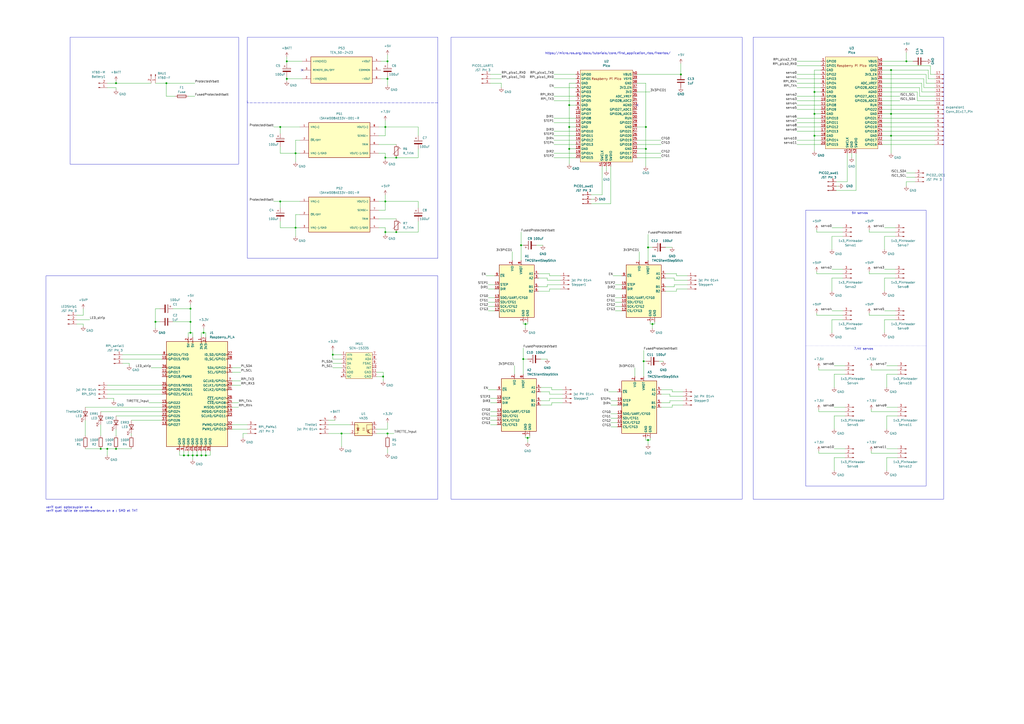
<source format=kicad_sch>
(kicad_sch (version 20230121) (generator eeschema)
  (paper "A2")
  (junction (at 119.38 264.16))
  (junction (at 166.37 35.56))
  (junction (at 330.2 86.36))
  (junction (at 193.04 205.74))
  (junction (at 67.31 260.35))
  (junction (at 118.11 193.04))
  (junction (at 171.45 132.08))
  (junction (at 472.44 53.34))
  (junction (at 114.3 264.16))
  (junction (at 302.26 142.24))
  (junction (at 171.45 88.9))
  (junction (at 306.07 254))
  (junction (at 394.97 43.18))
  (junction (at 224.79 251.46))
  (junction (at 106.68 264.16))
  (junction (at 224.79 35.56))
  (junction (at 303.53 208.28))
  (junction (at 62.23 260.35))
  (junction (at 111.76 264.16))
  (junction (at 223.52 73.66))
  (junction (at 516.89 40.64))
  (junction (at 67.31 48.26))
  (junction (at 223.52 134.62))
  (junction (at 472.44 66.04))
  (junction (at 110.49 186.69))
  (junction (at 374.65 86.36))
  (junction (at 375.92 255.27))
  (junction (at 525.78 35.56))
  (junction (at 373.38 209.55))
  (junction (at 516.89 78.74))
  (junction (at 162.56 73.66))
  (junction (at 116.84 264.16))
  (junction (at 223.52 91.44))
  (junction (at 304.8 187.96))
  (junction (at 229.87 134.62))
  (junction (at 90.17 186.69))
  (junction (at 109.22 264.16))
  (junction (at 110.49 193.04))
  (junction (at 375.92 143.51))
  (junction (at 229.87 91.44))
  (junction (at 374.65 73.66))
  (junction (at 378.46 187.96))
  (junction (at 516.89 66.04))
  (junction (at 223.52 116.84))
  (junction (at 224.79 45.72))
  (junction (at 110.49 179.07))
  (junction (at 222.25 218.44))
  (junction (at 58.42 260.35))
  (junction (at 198.12 251.46))
  (junction (at 162.56 116.84))
  (junction (at 330.2 73.66))
  (junction (at 472.44 78.74))
  (junction (at 330.2 60.96))
  (junction (at 166.37 45.72))
  (junction (at 96.52 48.26))
  (no_connect (at 369.57 60.96))
  (no_connect (at 175.26 40.64))
  (wire (pts (xy 283.21 172.72) (xy 287.02 172.72)))
  (wire (pts (xy 375.92 255.27) (xy 375.92 257.81)))
  (wire (pts (xy 321.31 68.58) (xy 334.01 68.58)))
  (wire (pts (xy 377.19 255.27) (xy 377.19 254)))
  (wire (pts (xy 534.67 53.34) (xy 542.29 53.34)))
  (wire (pts (xy 398.78 165.1) (xy 391.16 165.1)))
  (wire (pts (xy 121.92 264.16) (xy 121.92 261.62)))
  (wire (pts (xy 542.29 48.26) (xy 537.21 48.26)))
  (wire (pts (xy 284.48 43.18) (xy 290.83 43.18)))
  (wire (pts (xy 462.28 38.1) (xy 476.25 38.1)))
  (wire (pts (xy 386.08 168.91) (xy 392.43 168.91)))
  (wire (pts (xy 511.81 53.34) (xy 532.13 53.34)))
  (wire (pts (xy 511.81 58.42) (xy 521.97 58.42)))
  (wire (pts (xy 473.71 158.75) (xy 488.95 158.75)))
  (wire (pts (xy 229.87 134.62) (xy 242.57 134.62)))
  (wire (pts (xy 193.04 205.74) (xy 198.12 205.74)))
  (wire (pts (xy 474.98 238.76) (xy 490.22 238.76)))
  (wire (pts (xy 462.28 81.28) (xy 476.25 81.28)))
  (wire (pts (xy 106.68 261.62) (xy 106.68 264.16)))
  (wire (pts (xy 535.94 50.8) (xy 535.94 45.72)))
  (wire (pts (xy 106.68 264.16) (xy 109.22 264.16)))
  (wire (pts (xy 109.22 261.62) (xy 109.22 264.16)))
  (wire (pts (xy 318.77 227.33) (xy 313.69 227.33)))
  (wire (pts (xy 283.21 165.1) (xy 287.02 165.1)))
  (wire (pts (xy 494.03 88.9) (xy 494.03 91.44)))
  (wire (pts (xy 462.28 60.96) (xy 476.25 60.96)))
  (wire (pts (xy 349.25 113.03) (xy 349.25 96.52)))
  (wire (pts (xy 392.43 160.02) (xy 398.78 160.02)))
  (wire (pts (xy 58.42 260.35) (xy 62.23 260.35)))
  (wire (pts (xy 101.6 55.88) (xy 96.52 55.88)))
  (wire (pts (xy 396.24 232.41) (xy 388.62 232.41)))
  (wire (pts (xy 171.45 88.9) (xy 171.45 93.98)))
  (wire (pts (xy 317.5 161.29) (xy 312.42 161.29)))
  (wire (pts (xy 375.92 255.27) (xy 374.65 255.27)))
  (wire (pts (xy 49.53 252.73) (xy 49.53 243.84)))
  (wire (pts (xy 516.89 78.74) (xy 516.89 66.04)))
  (wire (pts (xy 116.84 193.04) (xy 118.11 193.04)))
  (wire (pts (xy 134.62 220.98) (xy 139.7 220.98)))
  (wire (pts (xy 514.35 241.3) (xy 520.7 241.3)))
  (wire (pts (xy 383.54 236.22) (xy 389.89 236.22)))
  (wire (pts (xy 166.37 46.99) (xy 166.37 45.72)))
  (wire (pts (xy 283.21 175.26) (xy 287.02 175.26)))
  (wire (pts (xy 369.57 88.9) (xy 383.54 88.9)))
  (wire (pts (xy 62.23 260.35) (xy 62.23 264.16)))
  (wire (pts (xy 511.81 60.96) (xy 542.29 60.96)))
  (wire (pts (xy 284.48 241.3) (xy 288.29 241.3)))
  (wire (pts (xy 321.31 71.12) (xy 334.01 71.12)))
  (wire (pts (xy 223.52 91.44) (xy 223.52 92.71)))
  (wire (pts (xy 224.79 35.56) (xy 224.79 36.83)))
  (wire (pts (xy 303.53 201.93) (xy 303.53 208.28)))
  (wire (pts (xy 313.69 224.79) (xy 320.04 224.79)))
  (wire (pts (xy 355.6 160.02) (xy 360.68 160.02)))
  (wire (pts (xy 134.62 213.36) (xy 139.7 213.36)))
  (wire (pts (xy 62.23 223.52) (xy 93.98 223.52)))
  (wire (pts (xy 472.44 78.74) (xy 472.44 66.04)))
  (wire (pts (xy 162.56 116.84) (xy 162.56 120.65)))
  (wire (pts (xy 90.17 186.69) (xy 90.17 179.07)))
  (wire (pts (xy 525.78 102.87) (xy 530.86 102.87)))
  (wire (pts (xy 505.46 213.36) (xy 505.46 214.63)))
  (wire (pts (xy 356.87 167.64) (xy 360.68 167.64)))
  (wire (pts (xy 67.31 252.73) (xy 67.31 248.92)))
  (wire (pts (xy 224.79 251.46) (xy 224.79 252.73)))
  (wire (pts (xy 473.71 182.88) (xy 488.95 182.88)))
  (wire (pts (xy 162.56 116.84) (xy 173.99 116.84)))
  (wire (pts (xy 219.71 121.92) (xy 223.52 121.92)))
  (wire (pts (xy 516.89 40.64) (xy 511.81 40.64)))
  (wire (pts (xy 516.89 66.04) (xy 511.81 66.04)))
  (wire (pts (xy 389.89 226.06) (xy 389.89 227.33)))
  (wire (pts (xy 119.38 261.62) (xy 119.38 264.16)))
  (wire (pts (xy 542.29 50.8) (xy 535.94 50.8)))
  (wire (pts (xy 513.08 144.78) (xy 513.08 137.16)))
  (wire (pts (xy 474.98 214.63) (xy 490.22 214.63)))
  (wire (pts (xy 533.4 50.8) (xy 511.81 50.8)))
  (polyline (pts (xy 143.51 59.69) (xy 143.51 58.42)))
  (wire (pts (xy 482.6 180.34) (xy 488.95 180.34)))
  (wire (pts (xy 373.38 209.55) (xy 373.38 218.44)))
  (wire (pts (xy 302.26 134.62) (xy 302.26 142.24)))
  (wire (pts (xy 90.17 179.07) (xy 92.71 179.07)))
  (wire (pts (xy 114.3 261.62) (xy 114.3 264.16)))
  (wire (pts (xy 302.26 142.24) (xy 302.26 151.13)))
  (wire (pts (xy 224.79 31.75) (xy 224.79 35.56)))
  (wire (pts (xy 224.79 44.45) (xy 224.79 45.72)))
  (wire (pts (xy 313.69 208.28) (xy 317.5 208.28)))
  (wire (pts (xy 86.36 233.68) (xy 93.98 233.68)))
  (wire (pts (xy 62.23 48.26) (xy 67.31 48.26)))
  (wire (pts (xy 462.28 73.66) (xy 476.25 73.66)))
  (wire (pts (xy 290.83 48.26) (xy 284.48 48.26)))
  (wire (pts (xy 193.04 210.82) (xy 198.12 210.82)))
  (wire (pts (xy 542.29 45.72) (xy 538.48 45.72)))
  (wire (pts (xy 171.45 124.46) (xy 171.45 132.08)))
  (wire (pts (xy 525.78 100.33) (xy 530.86 100.33)))
  (wire (pts (xy 67.31 260.35) (xy 76.2 260.35)))
  (wire (pts (xy 511.81 81.28) (xy 542.29 81.28)))
  (wire (pts (xy 483.87 265.43) (xy 490.22 265.43)))
  (wire (pts (xy 462.28 68.58) (xy 476.25 68.58)))
  (wire (pts (xy 223.52 134.62) (xy 229.87 134.62)))
  (wire (pts (xy 171.45 81.28) (xy 171.45 88.9)))
  (wire (pts (xy 134.62 248.92) (xy 143.51 248.92)))
  (wire (pts (xy 354.33 245.11) (xy 358.14 245.11)))
  (wire (pts (xy 304.8 187.96) (xy 306.07 187.96)))
  (wire (pts (xy 462.28 43.18) (xy 476.25 43.18)))
  (wire (pts (xy 306.07 254) (xy 304.8 254)))
  (wire (pts (xy 58.42 252.73) (xy 58.42 246.38)))
  (wire (pts (xy 48.26 187.96) (xy 44.45 187.96)))
  (wire (pts (xy 369.57 81.28) (xy 383.54 81.28)))
  (wire (pts (xy 514.35 217.17) (xy 520.7 217.17)))
  (wire (pts (xy 162.56 73.66) (xy 162.56 77.47)))
  (wire (pts (xy 109.22 55.88) (xy 113.03 55.88)))
  (wire (pts (xy 382.27 209.55) (xy 384.81 209.55)))
  (wire (pts (xy 140.97 254) (xy 140.97 251.46)))
  (wire (pts (xy 482.6 137.16) (xy 488.95 137.16)))
  (wire (pts (xy 472.44 40.64) (xy 476.25 40.64)))
  (wire (pts (xy 114.3 264.16) (xy 116.84 264.16)))
  (wire (pts (xy 166.37 35.56) (xy 175.26 35.56)))
  (wire (pts (xy 198.12 251.46) (xy 198.12 259.08)))
  (wire (pts (xy 222.25 215.9) (xy 222.25 218.44)))
  (wire (pts (xy 375.92 143.51) (xy 375.92 151.13)))
  (wire (pts (xy 223.52 132.08) (xy 223.52 134.62)))
  (wire (pts (xy 472.44 78.74) (xy 476.25 78.74)))
  (wire (pts (xy 504.19 181.61) (xy 504.19 182.88)))
  (wire (pts (xy 134.62 246.38) (xy 143.51 246.38)))
  (wire (pts (xy 394.97 43.18) (xy 394.97 36.83)))
  (wire (pts (xy 76.2 243.84) (xy 93.98 243.84)))
  (wire (pts (xy 342.9 113.03) (xy 349.25 113.03)))
  (wire (pts (xy 473.71 157.48) (xy 473.71 158.75)))
  (wire (pts (xy 224.79 45.72) (xy 224.79 49.53)))
  (wire (pts (xy 462.28 48.26) (xy 476.25 48.26)))
  (wire (pts (xy 173.99 132.08) (xy 171.45 132.08)))
  (wire (pts (xy 391.16 162.56) (xy 391.16 161.29)))
  (wire (pts (xy 194.31 243.84) (xy 190.5 243.84)))
  (wire (pts (xy 538.48 45.72) (xy 538.48 40.64)))
  (wire (pts (xy 166.37 35.56) (xy 166.37 36.83)))
  (wire (pts (xy 283.21 177.8) (xy 287.02 177.8)))
  (polyline (pts (xy 254 59.69) (xy 143.51 59.69)) (stroke (width 0) (type dash)))
  (wire (pts (xy 369.57 43.18) (xy 394.97 43.18)))
  (wire (pts (xy 219.71 88.9) (xy 223.52 88.9)))
  (wire (pts (xy 134.62 236.22) (xy 138.43 236.22)))
  (wire (pts (xy 242.57 91.44) (xy 242.57 86.36)))
  (wire (pts (xy 377.19 187.96) (xy 377.19 186.69)))
  (wire (pts (xy 386.08 158.75) (xy 392.43 158.75)))
  (wire (pts (xy 66.04 232.41) (xy 66.04 231.14)))
  (wire (pts (xy 326.39 228.6) (xy 318.77 228.6)))
  (wire (pts (xy 537.21 43.18) (xy 511.81 43.18)))
  (wire (pts (xy 373.38 203.2) (xy 373.38 209.55)))
  (wire (pts (xy 474.98 261.62) (xy 474.98 262.89)))
  (wire (pts (xy 377.19 53.34) (xy 369.57 53.34)))
  (wire (pts (xy 321.31 83.82) (xy 334.01 83.82)))
  (wire (pts (xy 321.31 45.72) (xy 334.01 45.72)))
  (wire (pts (xy 483.87 212.09) (xy 490.22 212.09)))
  (wire (pts (xy 119.38 195.58) (xy 119.38 193.04)))
  (wire (pts (xy 318.77 228.6) (xy 318.77 227.33)))
  (wire (pts (xy 374.65 86.36) (xy 374.65 96.52)))
  (wire (pts (xy 513.08 161.29) (xy 519.43 161.29)))
  (wire (pts (xy 284.48 231.14) (xy 288.29 231.14)))
  (wire (pts (xy 330.2 60.96) (xy 330.2 48.26)))
  (wire (pts (xy 229.87 91.44) (xy 242.57 91.44)))
  (wire (pts (xy 513.08 180.34) (xy 519.43 180.34)))
  (wire (pts (xy 513.08 137.16) (xy 519.43 137.16)))
  (wire (pts (xy 58.42 238.76) (xy 93.98 238.76)))
  (wire (pts (xy 313.69 234.95) (xy 320.04 234.95)))
  (wire (pts (xy 505.46 261.62) (xy 505.46 262.89)))
  (wire (pts (xy 392.43 167.64) (xy 398.78 167.64)))
  (wire (pts (xy 473.71 133.35) (xy 473.71 134.62)))
  (wire (pts (xy 513.08 156.21) (xy 519.43 156.21)))
  (wire (pts (xy 505.46 262.89) (xy 520.7 262.89)))
  (wire (pts (xy 379.73 187.96) (xy 379.73 186.69)))
  (wire (pts (xy 542.29 55.88) (xy 533.4 55.88)))
  (wire (pts (xy 321.31 81.28) (xy 334.01 81.28)))
  (wire (pts (xy 90.17 186.69) (xy 92.71 186.69)))
  (wire (pts (xy 220.98 45.72) (xy 224.79 45.72)))
  (wire (pts (xy 284.48 45.72) (xy 290.83 45.72)))
  (wire (pts (xy 321.31 88.9) (xy 334.01 88.9)))
  (wire (pts (xy 173.99 81.28) (xy 171.45 81.28)))
  (wire (pts (xy 318.77 158.75) (xy 318.77 160.02)))
  (wire (pts (xy 369.57 86.36) (xy 374.65 86.36)))
  (wire (pts (xy 342.9 118.11) (xy 354.33 118.11)))
  (wire (pts (xy 525.78 105.41) (xy 525.78 107.95)))
  (wire (pts (xy 391.16 165.1) (xy 391.16 166.37)))
  (wire (pts (xy 306.07 208.28) (xy 303.53 208.28)))
  (wire (pts (xy 67.31 50.8) (xy 67.31 52.07)))
  (wire (pts (xy 472.44 53.34) (xy 472.44 40.64)))
  (wire (pts (xy 386.08 143.51) (xy 389.89 143.51)))
  (wire (pts (xy 242.57 116.84) (xy 242.57 120.65)))
  (wire (pts (xy 223.52 116.84) (xy 242.57 116.84)))
  (wire (pts (xy 158.75 116.84) (xy 162.56 116.84)))
  (wire (pts (xy 482.6 193.04) (xy 482.6 185.42)))
  (wire (pts (xy 354.33 242.57) (xy 358.14 242.57)))
  (wire (pts (xy 303.53 142.24) (xy 302.26 142.24)))
  (wire (pts (xy 242.57 134.62) (xy 242.57 128.27)))
  (wire (pts (xy 383.54 226.06) (xy 389.89 226.06)))
  (wire (pts (xy 330.2 60.96) (xy 334.01 60.96)))
  (wire (pts (xy 474.98 237.49) (xy 474.98 238.76)))
  (wire (pts (xy 284.48 246.38) (xy 288.29 246.38)))
  (wire (pts (xy 71.12 205.74) (xy 93.98 205.74)))
  (wire (pts (xy 462.28 55.88) (xy 476.25 55.88)))
  (wire (pts (xy 462.28 71.12) (xy 476.25 71.12)))
  (wire (pts (xy 166.37 44.45) (xy 166.37 45.72)))
  (wire (pts (xy 224.79 260.35) (xy 224.79 262.89)))
  (wire (pts (xy 320.04 224.79) (xy 320.04 226.06)))
  (wire (pts (xy 48.26 182.88) (xy 44.45 182.88)))
  (wire (pts (xy 354.33 232.41) (xy 358.14 232.41)))
  (wire (pts (xy 318.77 232.41) (xy 313.69 232.41)))
  (wire (pts (xy 513.08 185.42) (xy 519.43 185.42)))
  (wire (pts (xy 375.92 135.89) (xy 375.92 143.51)))
  (wire (pts (xy 462.28 63.5) (xy 476.25 63.5)))
  (wire (pts (xy 90.17 186.69) (xy 90.17 190.5)))
  (wire (pts (xy 320.04 233.68) (xy 326.39 233.68)))
  (wire (pts (xy 330.2 73.66) (xy 334.01 73.66)))
  (wire (pts (xy 483.87 224.79) (xy 483.87 217.17)))
  (wire (pts (xy 505.46 214.63) (xy 520.7 214.63)))
  (wire (pts (xy 486.41 107.95) (xy 485.14 107.95)))
  (wire (pts (xy 74.93 210.82) (xy 74.93 212.09)))
  (wire (pts (xy 369.57 91.44) (xy 383.54 91.44)))
  (wire (pts (xy 482.6 185.42) (xy 488.95 185.42)))
  (wire (pts (xy 525.78 35.56) (xy 525.78 30.48)))
  (wire (pts (xy 472.44 66.04) (xy 476.25 66.04)))
  (wire (pts (xy 158.75 73.66) (xy 162.56 73.66)))
  (wire (pts (xy 100.33 186.69) (xy 110.49 186.69)))
  (wire (pts (xy 306.07 187.96) (xy 306.07 186.69)))
  (wire (pts (xy 354.33 240.03) (xy 358.14 240.03)))
  (wire (pts (xy 398.78 162.56) (xy 391.16 162.56)))
  (wire (pts (xy 71.12 210.82) (xy 74.93 210.82)))
  (wire (pts (xy 219.71 127) (xy 229.87 127)))
  (wire (pts (xy 76.2 252.73) (xy 76.2 251.46)))
  (wire (pts (xy 389.89 234.95) (xy 396.24 234.95)))
  (wire (pts (xy 118.11 193.04) (xy 118.11 190.5)))
  (wire (pts (xy 483.87 241.3) (xy 490.22 241.3)))
  (wire (pts (xy 171.45 88.9) (xy 162.56 88.9)))
  (wire (pts (xy 374.65 73.66) (xy 374.65 48.26)))
  (wire (pts (xy 516.89 66.04) (xy 516.89 40.64)))
  (wire (pts (xy 483.87 248.92) (xy 483.87 241.3)))
  (wire (pts (xy 166.37 45.72) (xy 175.26 45.72)))
  (wire (pts (xy 513.08 193.04) (xy 513.08 185.42)))
  (wire (pts (xy 534.67 48.26) (xy 534.67 53.34)))
  (wire (pts (xy 62.23 228.6) (xy 93.98 228.6)))
  (wire (pts (xy 96.52 55.88) (xy 96.52 48.26)))
  (wire (pts (xy 374.65 73.66) (xy 369.57 73.66)))
  (wire (pts (xy 223.52 73.66) (xy 242.57 73.66)))
  (wire (pts (xy 391.16 166.37) (xy 386.08 166.37)))
  (wire (pts (xy 511.81 38.1) (xy 539.75 38.1)))
  (wire (pts (xy 473.71 134.62) (xy 488.95 134.62)))
  (wire (pts (xy 304.8 254) (xy 304.8 252.73)))
  (wire (pts (xy 356.87 165.1) (xy 360.68 165.1)))
  (wire (pts (xy 462.28 76.2) (xy 476.25 76.2)))
  (wire (pts (xy 504.19 133.35) (xy 504.19 134.62)))
  (wire (pts (xy 344.17 115.57) (xy 342.9 115.57)))
  (wire (pts (xy 462.28 58.42) (xy 476.25 58.42)))
  (wire (pts (xy 462.28 35.56) (xy 476.25 35.56)))
  (wire (pts (xy 48.26 189.23) (xy 48.26 187.96)))
  (wire (pts (xy 356.87 172.72) (xy 360.68 172.72)))
  (wire (pts (xy 321.31 91.44) (xy 334.01 91.44)))
  (wire (pts (xy 223.52 121.92) (xy 223.52 116.84)))
  (wire (pts (xy 111.76 193.04) (xy 111.76 195.58)))
  (wire (pts (xy 514.35 273.05) (xy 514.35 265.43)))
  (wire (pts (xy 532.13 58.42) (xy 542.29 58.42)))
  (wire (pts (xy 306.07 254) (xy 306.07 256.54)))
  (wire (pts (xy 109.22 264.16) (xy 111.76 264.16)))
  (wire (pts (xy 218.44 251.46) (xy 224.79 251.46)))
  (wire (pts (xy 311.15 142.24) (xy 314.96 142.24)))
  (wire (pts (xy 483.87 260.35) (xy 490.22 260.35)))
  (wire (pts (xy 462.28 50.8) (xy 476.25 50.8)))
  (wire (pts (xy 514.35 248.92) (xy 514.35 241.3)))
  (wire (pts (xy 368.3 213.36) (xy 368.3 218.44)))
  (wire (pts (xy 496.57 88.9) (xy 496.57 110.49)))
  (wire (pts (xy 505.46 237.49) (xy 505.46 238.76)))
  (polyline (pts (xy 467.36 200.66) (xy 537.21 200.66)) (stroke (width 0) (type dot)))
  (wire (pts (xy 284.48 238.76) (xy 288.29 238.76)))
  (wire (pts (xy 354.33 96.52) (xy 354.33 118.11)))
  (wire (pts (xy 354.33 234.95) (xy 358.14 234.95)))
  (wire (pts (xy 472.44 87.63) (xy 472.44 78.74)))
  (wire (pts (xy 318.77 167.64) (xy 325.12 167.64)))
  (wire (pts (xy 513.08 132.08) (xy 519.43 132.08)))
  (wire (pts (xy 374.65 48.26) (xy 369.57 48.26)))
  (wire (pts (xy 219.71 116.84) (xy 223.52 116.84)))
  (wire (pts (xy 318.77 160.02) (xy 325.12 160.02)))
  (wire (pts (xy 472.44 66.04) (xy 472.44 53.34)))
  (wire (pts (xy 219.71 78.74) (xy 223.52 78.74)))
  (wire (pts (xy 283.21 226.06) (xy 288.29 226.06)))
  (wire (pts (xy 224.79 35.56) (xy 220.98 35.56)))
  (wire (pts (xy 67.31 50.8) (xy 62.23 50.8)))
  (wire (pts (xy 87.63 213.36) (xy 93.98 213.36)))
  (wire (pts (xy 330.2 86.36) (xy 330.2 73.66)))
  (wire (pts (xy 104.14 261.62) (xy 104.14 264.16)))
  (wire (pts (xy 317.5 165.1) (xy 317.5 166.37)))
  (wire (pts (xy 516.89 78.74) (xy 542.29 78.74)))
  (wire (pts (xy 281.94 160.02) (xy 287.02 160.02)))
  (wire (pts (xy 356.87 180.34) (xy 360.68 180.34)))
  (wire (pts (xy 100.33 179.07) (xy 110.49 179.07)))
  (wire (pts (xy 389.89 227.33) (xy 396.24 227.33)))
  (wire (pts (xy 193.04 203.2) (xy 193.04 205.74)))
  (wire (pts (xy 111.76 264.16) (xy 111.76 266.7)))
  (wire (pts (xy 297.18 146.05) (xy 297.18 151.13)))
  (wire (pts (xy 378.46 187.96) (xy 379.73 187.96)))
  (wire (pts (xy 483.87 217.17) (xy 490.22 217.17)))
  (wire (pts (xy 223.52 78.74) (xy 223.52 73.66)))
  (wire (pts (xy 388.62 233.68) (xy 383.54 233.68)))
  (wire (pts (xy 321.31 50.8) (xy 334.01 50.8)))
  (wire (pts (xy 354.33 247.65) (xy 358.14 247.65)))
  (wire (pts (xy 190.5 251.46) (xy 198.12 251.46)))
  (wire (pts (xy 330.2 95.25) (xy 330.2 86.36)))
  (wire (pts (xy 537.21 48.26) (xy 537.21 43.18)))
  (wire (pts (xy 44.45 185.42) (xy 52.07 185.42)))
  (wire (pts (xy 504.19 158.75) (xy 519.43 158.75)))
  (wire (pts (xy 119.38 193.04) (xy 118.11 193.04)))
  (wire (pts (xy 298.45 212.09) (xy 298.45 217.17)))
  (wire (pts (xy 110.49 193.04) (xy 109.22 193.04)))
  (wire (pts (xy 166.37 33.02) (xy 166.37 35.56)))
  (wire (pts (xy 321.31 58.42) (xy 334.01 58.42)))
  (wire (pts (xy 482.6 168.91) (xy 482.6 161.29)))
  (wire (pts (xy 511.81 55.88) (xy 521.97 55.88)))
  (wire (pts (xy 171.45 132.08) (xy 171.45 137.16)))
  (wire (pts (xy 504.19 134.62) (xy 519.43 134.62)))
  (wire (pts (xy 62.23 226.06) (xy 93.98 226.06)))
  (wire (pts (xy 193.04 208.28) (xy 198.12 208.28)))
  (wire (pts (xy 511.81 76.2) (xy 542.29 76.2)))
  (wire (pts (xy 111.76 261.62) (xy 111.76 264.16)))
  (wire (pts (xy 388.62 228.6) (xy 383.54 228.6)))
  (wire (pts (xy 173.99 124.46) (xy 171.45 124.46)))
  (wire (pts (xy 535.94 45.72) (xy 511.81 45.72)))
  (wire (pts (xy 49.53 260.35) (xy 58.42 260.35)))
  (wire (pts (xy 375.92 255.27) (xy 377.19 255.27)))
  (wire (pts (xy 219.71 73.66) (xy 223.52 73.66)))
  (wire (pts (xy 511.81 35.56) (xy 525.78 35.56)))
  (wire (pts (xy 66.04 231.14) (xy 62.23 231.14)))
  (wire (pts (xy 218.44 218.44) (xy 222.25 218.44)))
  (wire (pts (xy 392.43 168.91) (xy 392.43 167.64)))
  (wire (pts (xy 67.31 48.26) (xy 67.31 46.99)))
  (wire (pts (xy 374.65 86.36) (xy 374.65 73.66)))
  (wire (pts (xy 312.42 158.75) (xy 318.77 158.75)))
  (wire (pts (xy 283.21 180.34) (xy 287.02 180.34)))
  (wire (pts (xy 224.79 248.92) (xy 218.44 248.92)))
  (wire (pts (xy 326.39 231.14) (xy 318.77 231.14)))
  (wire (pts (xy 473.71 181.61) (xy 473.71 182.88)))
  (wire (pts (xy 472.44 53.34) (xy 476.25 53.34)))
  (wire (pts (xy 321.31 43.18) (xy 334.01 43.18)))
  (wire (pts (xy 482.6 132.08) (xy 488.95 132.08)))
  (wire (pts (xy 351.79 96.52) (xy 351.79 99.06)))
  (wire (pts (xy 162.56 128.27) (xy 162.56 132.08)))
  (wire (pts (xy 242.57 73.66) (xy 242.57 78.74)))
  (wire (pts (xy 485.14 110.49) (xy 496.57 110.49)))
  (wire (pts (xy 219.71 83.82) (xy 229.87 83.82)))
  (wire (pts (xy 389.89 236.22) (xy 389.89 234.95)))
  (wire (pts (xy 218.44 215.9) (xy 222.25 215.9)))
  (wire (pts (xy 391.16 161.29) (xy 386.08 161.29)))
  (wire (pts (xy 353.06 227.33) (xy 358.14 227.33)))
  (wire (pts (xy 140.97 251.46) (xy 143.51 251.46)))
  (wire (pts (xy 116.84 264.16) (xy 119.38 264.16)))
  (wire (pts (xy 283.21 167.64) (xy 287.02 167.64)))
  (wire (pts (xy 539.75 38.1) (xy 539.75 43.18)))
  (wire (pts (xy 514.35 260.35) (xy 520.7 260.35)))
  (wire (pts (xy 134.62 215.9) (xy 139.7 215.9)))
  (wire (pts (xy 49.53 236.22) (xy 93.98 236.22)))
  (wire (pts (xy 222.25 218.44) (xy 222.25 220.98)))
  (wire (pts (xy 134.62 233.68) (xy 138.43 233.68)))
  (wire (pts (xy 290.83 50.8) (xy 290.83 48.26)))
  (wire (pts (xy 62.23 260.35) (xy 67.31 260.35)))
  (wire (pts (xy 162.56 73.66) (xy 173.99 73.66)))
  (wire (pts (xy 538.48 40.64) (xy 516.89 40.64)))
  (wire (pts (xy 483.87 273.05) (xy 483.87 265.43)))
  (wire (pts (xy 514.35 224.79) (xy 514.35 217.17)))
  (wire (pts (xy 375.92 143.51) (xy 378.46 143.51)))
  (wire (pts (xy 284.48 243.84) (xy 288.29 243.84)))
  (wire (pts (xy 356.87 177.8) (xy 360.68 177.8)))
  (wire (pts (xy 48.26 179.07) (xy 48.26 182.88)))
  (wire (pts (xy 90.17 48.26) (xy 96.52 48.26)))
  (wire (pts (xy 330.2 48.26) (xy 334.01 48.26)))
  (wire (pts (xy 511.81 68.58) (xy 542.29 68.58)))
  (wire (pts (xy 325.12 165.1) (xy 317.5 165.1)))
  (wire (pts (xy 307.34 254) (xy 307.34 252.73)))
  (wire (pts (xy 71.12 208.28) (xy 93.98 208.28)))
  (wire (pts (xy 334.01 55.88) (xy 321.31 55.88)))
  (wire (pts (xy 110.49 179.07) (xy 110.49 186.69)))
  (wire (pts (xy 116.84 261.62) (xy 116.84 264.16)))
  (wire (pts (xy 505.46 238.76) (xy 520.7 238.76)))
  (wire (pts (xy 284.48 233.68) (xy 288.29 233.68)))
  (wire (pts (xy 119.38 264.16) (xy 121.92 264.16)))
  (wire (pts (xy 514.35 236.22) (xy 520.7 236.22)))
  (wire (pts (xy 320.04 234.95) (xy 320.04 233.68)))
  (wire (pts (xy 378.46 187.96) (xy 378.46 190.5)))
  (wire (pts (xy 110.49 193.04) (xy 111.76 193.04)))
  (wire (pts (xy 511.81 78.74) (xy 516.89 78.74)))
  (wire (pts (xy 511.81 71.12) (xy 542.29 71.12)))
  (wire (pts (xy 516.89 66.04) (xy 542.29 66.04)))
  (wire (pts (xy 223.52 88.9) (xy 223.52 91.44)))
  (wire (pts (xy 482.6 156.21) (xy 488.95 156.21)))
  (wire (pts (xy 317.5 166.37) (xy 312.42 166.37)))
  (wire (pts (xy 224.79 245.11) (xy 224.79 248.92)))
  (wire (pts (xy 392.43 158.75) (xy 392.43 160.02)))
  (wire (pts (xy 109.22 193.04) (xy 109.22 195.58)))
  (wire (pts (xy 491.49 105.41) (xy 491.49 88.9)))
  (wire (pts (xy 67.31 48.26) (xy 87.63 48.26)))
  (wire (pts (xy 190.5 246.38) (xy 203.2 246.38)))
  (wire (pts (xy 388.62 232.41) (xy 388.62 233.68)))
  (wire (pts (xy 504.19 182.88) (xy 519.43 182.88)))
  (wire (pts (xy 482.6 161.29) (xy 488.95 161.29)))
  (wire (pts (xy 312.42 168.91) (xy 318.77 168.91)))
  (wire (pts (xy 514.35 212.09) (xy 520.7 212.09)))
  (wire (pts (xy 514.35 265.43) (xy 520.7 265.43)))
  (wire (pts (xy 321.31 78.74) (xy 334.01 78.74)))
  (wire (pts (xy 219.71 132.08) (xy 223.52 132.08)))
  (wire (pts (xy 162.56 132.08) (xy 171.45 132.08)))
  (wire (pts (xy 374.65 209.55) (xy 373.38 209.55)))
  (wire (pts (xy 303.53 187.96) (xy 303.53 186.69)))
  (wire (pts (xy 356.87 175.26) (xy 360.68 175.26)))
  (wire (pts (xy 224.79 251.46) (xy 228.6 251.46)))
  (wire (pts (xy 304.8 187.96) (xy 304.8 190.5)))
  (wire (pts (xy 529.59 35.56) (xy 525.78 35.56)))
  (wire (pts (xy 162.56 88.9) (xy 162.56 85.09)))
  (wire (pts (xy 374.65 255.27) (xy 374.65 254)))
  (wire (pts (xy 321.31 76.2) (xy 334.01 76.2)))
  (wire (pts (xy 330.2 73.66) (xy 330.2 60.96)))
  (wire (pts (xy 223.52 73.66) (xy 223.52 69.85)))
  (wire (pts (xy 303.53 208.28) (xy 303.53 217.17)))
  (wire (pts (xy 96.52 48.26) (xy 113.03 48.26)))
  (wire (pts (xy 134.62 223.52) (xy 139.7 223.52)))
  (wire (pts (xy 482.6 144.78) (xy 482.6 137.16)))
  (wire (pts (xy 318.77 231.14) (xy 318.77 232.41)))
  (wire (pts (xy 485.14 105.41) (xy 491.49 105.41)))
  (wire (pts (xy 304.8 187.96) (xy 303.53 187.96)))
  (wire (pts (xy 511.81 83.82) (xy 542.29 83.82)))
  (wire (pts (xy 67.31 241.3) (xy 93.98 241.3)))
  (wire (pts (xy 513.08 168.91) (xy 513.08 161.29)))
  (wire (pts (xy 325.12 162.56) (xy 317.5 162.56)))
  (wire (pts (xy 317.5 162.56) (xy 317.5 161.29)))
  (wire (pts (xy 474.98 213.36) (xy 474.98 214.63)))
  (wire (pts (xy 474.98 262.89) (xy 490.22 262.89)))
  (wire (pts (xy 483.87 236.22) (xy 490.22 236.22)))
  (wire (pts (xy 511.81 63.5) (xy 542.29 63.5)))
  (wire (pts (xy 193.04 213.36) (xy 198.12 213.36)))
  (wire (pts (xy 504.19 157.48) (xy 504.19 158.75)))
  (wire (pts (xy 198.12 251.46) (xy 203.2 251.46)))
  (wire (pts (xy 111.76 264.16) (xy 114.3 264.16)))
  (wire (pts (xy 533.4 55.88) (xy 533.4 50.8)))
  (wire (pts (xy 110.49 186.69) (xy 110.49 193.04)))
  (wire (pts (xy 370.84 146.05) (xy 370.84 151.13)))
  (wire (pts (xy 462.28 83.82) (xy 476.25 83.82)))
  (wire (pts (xy 462.28 45.72) (xy 476.25 45.72)))
  (wire (pts (xy 525.78 105.41) (xy 530.86 105.41)))
  (wire (pts (xy 378.46 187.96) (xy 377.19 187.96)))
  (wire (pts (xy 330.2 86.36) (xy 334.01 86.36)))
  (wire (pts (xy 369.57 83.82) (xy 383.54 83.82)))
  (wire (pts (xy 306.07 254) (xy 307.34 254)))
  (wire (pts (xy 223.52 134.62) (xy 223.52 135.89)))
  (wire (pts (xy 223.52 116.84) (xy 223.52 113.03)))
  (wire (pts (xy 171.45 88.9) (xy 173.99 88.9)))
  (wire (pts (xy 318.77 167.64) (xy 318.77 168.91)))
  (wire (pts (xy 396.24 229.87) (xy 388.62 229.87)))
  (wire (pts (xy 320.04 226.06) (xy 326.39 226.06)))
  (wire (pts (xy 223.52 91.44) (xy 229.87 91.44)))
  (wire (pts (xy 539.75 43.18) (xy 542.29 43.18)))
  (wire (pts (xy 116.84 195.58) (xy 116.84 193.04)))
  (wire (pts (xy 104.14 264.16) (xy 106.68 264.16)))
  (wire (pts (xy 532.13 53.34) (xy 532.13 58.42)))
  (wire (pts (xy 193.04 205.74) (xy 193.04 208.28)))
  (wire (pts (xy 110.49 176.53) (xy 110.49 179.07)))
  (wire (pts (xy 388.62 229.87) (xy 388.62 228.6)))
  (wire (pts (xy 511.81 48.26) (xy 534.67 48.26)))
  (wire (pts (xy 511.81 73.66) (xy 542.29 73.66)))
  (wire (pts (xy 516.89 78.74) (xy 516.89 88.9)))
  (rectangle (start 26.67 160.02) (end 254 289.56))
  (rectangle (start 40.64 21.59) (end 138.43 95.25))
  (rectangle (start 261.62 21.59) (end 430.53 289.56))
  (rectangle (start 143.51 21.59) (end 254 149.86))
  (rectangle (start 467.36 121.92) (end 537.21 281.94))
  (rectangle (start 436.88 21.59) (end 547.37 289.56))
  (text "5V servos" (at 494.03 124.46 0) (effects (font (size 1.27 1.27)) (justify left bottom)))
  (text "verif quel optocoupler on a\nverif quel taille de condensanteurs on a : SMD et THT\n" (at 26.67 297.18 0) (effects (font (size 1.27 1.27)) (justify left bottom)))
  (text "https://micro.ros.org/docs/tutorials/core/first_application_rtos/freertos/" (at 316.23 31.75 0) (effects (font (size 1.27 1.27)) (justify left bottom)))
  (text "7.4V servos" (at 495.3 203.2 0) (effects (font (size 1.27 1.27)) (justify left bottom)))
  (label "servo9" (at 462.28 76.2 180))
  (label "servo5" (at 513.08 180.34 180))
  (label "TIRETTE_input" (at 228.6 251.46 0))
  (label "STEP1" (at 321.31 71.12 180))
  (label "EN" (at 321.31 50.8 180))
  (label "CFG0" (at 284.48 238.76 180))
  (label "servo2" (at 482.6 156.21 180))
  (label "CFG1" (at 283.21 175.26 180))
  (label "RPI_RX4" (at 138.43 236.22 0))
  (label "PI_SCL" (at 139.7 215.9 0))
  (label "LED_strip" (at 87.63 213.36 180))
  (label "CFG3" (at 354.33 247.65 180))
  (label "EN" (at 283.21 226.06 180))
  (label "STEP1" (at 283.21 165.1 180))
  (label "servo10" (at 483.87 260.35 180))
  (label "servo4" (at 462.28 60.96 180))
  (label "FusedProtectedVbatt" (at 113.03 55.88 0))
  (label "servo3" (at 513.08 156.21 180))
  (label "ProtectedVbatt" (at 158.75 116.84 180))
  (label "ProtectedVbatt" (at 113.03 48.26 0))
  (label "RPI_pico1_TX0" (at 321.31 43.18 180))
  (label "RPI_TX3" (at 139.7 220.98 0))
  (label "FusedProtectedVbatt" (at 303.53 201.93 0))
  (label "CFG3" (at 284.48 246.38 180))
  (label "RPI_pico1_TX0" (at 290.83 45.72 0))
  (label "CFG2" (at 356.87 177.8 180))
  (label "CFG3" (at 356.87 180.34 180))
  (label "RPI_pico1_RX0" (at 321.31 45.72 180))
  (label "servo1" (at 513.08 132.08 180))
  (label "CFG1" (at 284.48 241.3 180))
  (label "ISC1_SDA" (at 525.78 100.33 180))
  (label "ISC1_SCL" (at 521.97 55.88 0))
  (label "CFG3" (at 283.21 180.34 180))
  (label "servo0" (at 482.6 132.08 180))
  (label "PI_SCL" (at 193.04 213.36 180))
  (label "3V3PICO1" (at 297.18 146.05 180))
  (label "servo3" (at 462.28 58.42 180))
  (label "CFG2" (at 354.33 245.11 180))
  (label "LED_strip" (at 52.07 185.42 0))
  (label "STEP2" (at 321.31 91.44 180))
  (label "STEP3" (at 284.48 231.14 180))
  (label "CFG1" (at 383.54 91.44 0))
  (label "servo0" (at 462.28 43.18 180))
  (label "servo5" (at 462.28 63.5 180))
  (label "3V3PICO1" (at 368.3 213.36 180))
  (label "STEP4" (at 321.31 83.82 180))
  (label "DIR2" (at 321.31 88.9 180))
  (label "3V3PICO1" (at 298.45 212.09 180))
  (label "servo11" (at 462.28 83.82 180))
  (label "CFG2" (at 383.54 88.9 0))
  (label "servo9" (at 514.35 236.22 180))
  (label "servo8" (at 483.87 236.22 180))
  (label "DIR4" (at 321.31 81.28 180))
  (label "DIR3" (at 284.48 233.68 180))
  (label "EN" (at 353.06 227.33 180))
  (label "EN" (at 281.94 160.02 180))
  (label "CFG2" (at 284.48 243.84 180))
  (label "3V3PICO1" (at 370.84 146.05 180))
  (label "ISC1_SDA" (at 521.97 58.42 0))
  (label "CFG3" (at 383.54 83.82 0))
  (label "CFG2" (at 283.21 177.8 180))
  (label "servo11" (at 514.35 260.35 180))
  (label "DIR3" (at 321.31 76.2 180))
  (label "FusedProtectedVbatt" (at 375.92 135.89 0))
  (label "STEP4" (at 354.33 232.41 180))
  (label "RPI_RX3" (at 321.31 55.88 180))
  (label "ISC1_SCL" (at 525.78 102.87 180))
  (label "servo10" (at 462.28 81.28 180))
  (label "DIR1" (at 283.21 167.64 180))
  (label "servo7" (at 462.28 71.12 180))
  (label "servo6" (at 483.87 212.09 180))
  (label "RPI_RX3" (at 139.7 223.52 0))
  (label "RPI_TX3" (at 321.31 58.42 180))
  (label "DIR4" (at 354.33 234.95 180))
  (label "servo2" (at 462.28 55.88 180))
  (label "CFG0" (at 283.21 172.72 180))
  (label "CFG1" (at 356.87 175.26 180))
  (label "TIRETTE_input" (at 86.36 233.68 180))
  (label "RPI_TX4" (at 462.28 50.8 180))
  (label "servo7" (at 514.35 212.09 180))
  (label "CFG1" (at 354.33 242.57 180))
  (label "CFG0" (at 383.54 81.28 0))
  (label "STEP2" (at 356.87 165.1 180))
  (label "CFG0" (at 356.87 172.72 180))
  (label "RPI_pico2_TX0" (at 462.28 35.56 180))
  (label "RPI_RX4" (at 462.28 48.26 180))
  (label "RPI_pico1_RX0" (at 290.83 43.18 0))
  (label "PI_SDA" (at 139.7 213.36 0))
  (label "3V3PICO1" (at 377.19 53.34 0))
  (label "FusedProtectedVbatt" (at 302.26 134.62 0))
  (label "CFG0" (at 354.33 240.03 180))
  (label "FusedProtectedVbatt" (at 373.38 203.2 0))
  (label "ProtectedVbatt" (at 158.75 73.66 180))
  (label "servo4" (at 482.6 180.34 180))
  (label "servo6" (at 462.28 68.58 180))
  (label "servo1" (at 462.28 45.72 180))
  (label "DIR1" (at 321.31 68.58 180))
  (label "RPI_pico2_RX0" (at 462.28 38.1 180))
  (label "servo8" (at 462.28 73.66 180))
  (label "EN" (at 355.6 160.02 180))
  (label "STEP3" (at 321.31 78.74 180))
  (label "RPI_TX4" (at 138.43 233.68 0))
  (label "PI_SDA" (at 193.04 210.82 180))
  (label "DIR2" (at 356.87 167.64 180))
  (symbol (lib_id "Connector:Conn_01x03_Pin") (at 337.82 115.57 0) (unit 1)
    (property "Reference" "PICO1_swd1" (at 338.455 107.95 0))
    (property "Value" "JST PH 3" (at 338.455 110.49 0))
    (property "Footprint" "Connector_JST:JST_PH_B3B-PH-K_1x03_P2.00mm_Vertical" (effects hide))
  )
  (symbol (lib_id "Connector:Conn_01x03_Pin") (at 494.03 182.88 180) (unit 1)
    (property "Reference" "Servo3" (at 493.395 190.5 0))
    (property "Value" "1x3_PinHeader" (at 493.395 187.96 0))
    (property "Footprint" "Connector_PinHeader_2.54mm:PinHeader_1x03_P2.54mm_Vertical" (effects hide))
  )
  (symbol (lib_id "Device:C_Polarized") (at 309.88 208.28 90) (unit 1)
    (property "Reference" "C10" (at 307.34 204.47 90))
    (property "Value" "100uF" (at 313.69 204.47 90))
    (property "Footprint" "Capacitor_THT:C_Radial_D6.3mm_H11.0mm_P2.50mm" (effects hide))
  )
  (symbol (lib_id "power:+5VP") (at 473.71 181.61 0) (unit 1)
    (property "Reference" "#PWR047" (effects hide))
    (property "Value" "+5VP" (at 473.71 176.53 0))
  )
  (symbol (lib_id "power:GND") (at 306.07 256.54 0) (unit 1)
    (property "Reference" "#PWR031" (effects hide))
    (property "Value" "GND" (at 306.07 261.62 0))
  )
  (symbol (lib_id "power:GND") (at 74.93 212.09 0) (unit 1)
    (property "Reference" "#PWR07" (effects hide))
    (property "Value" "GND" (at 78.74 214.63 0))
  )
  (symbol (lib_id "Connector:Conn_01x03_Pin") (at 494.03 134.62 180) (unit 1)
    (property "Reference" "Servo1" (at 493.395 142.24 0))
    (property "Value" "1x3_PinHeader" (at 493.395 139.7 0))
    (property "Footprint" "Connector_PinHeader_2.54mm:PinHeader_1x03_P2.54mm_Vertical" (effects hide))
  )
  (symbol (lib_id "Connector:Conn_01x03_Pin") (at 525.78 262.89 180) (unit 1)
    (property "Reference" "Servo12" (at 525.145 270.51 0))
    (property "Value" "1x3_PinHeader" (at 525.145 267.97 0))
    (property "Footprint" "Connector_PinHeader_2.54mm:PinHeader_1x03_P2.54mm_Vertical" (effects hide))
  )
  (symbol (lib_id "power:+5V") (at 394.97 36.83 0) (unit 1)
    (property "Reference" "#PWR042" (effects hide))
    (property "Value" "+5V" (at 394.97 31.75 0))
  )
  (symbol (lib_id "Connector:Conn_01x03_Pin") (at 524.51 158.75 180) (unit 1)
    (property "Reference" "Servo8" (at 523.875 166.37 0))
    (property "Value" "1x3_PinHeader" (at 523.875 163.83 0))
    (property "Footprint" "Connector_PinHeader_2.54mm:PinHeader_1x03_P2.54mm_Vertical" (effects hide))
  )
  (symbol (lib_id "power:+BATT") (at 67.31 46.99 0) (unit 1)
    (property "Reference" "#PWR05" (effects hide))
    (property "Value" "+BATT" (at 67.31 41.91 0))
  )
  (symbol (lib_id "ENSMASTEEL_librairy:TMCSilentStepStick") (at 298.45 232.41 0) (unit 1)
    (property "Reference" "A2" (at 305.7241 214.63 0) (effects (justify left)))
    (property "Value" "TMCSilentStepStick" (at 305.7241 217.17 0) (effects (justify left)))
    (property "Footprint" "Ensmasteel_librairy:TMCStick" (effects hide))
  )
  (symbol (lib_id "power:+7.5V") (at 505.46 261.62 0) (unit 1)
    (property "Reference" "#PWR064" (effects hide))
    (property "Value" "+7.5V" (at 505.46 256.54 0))
  )
  (symbol (lib_id "Device:LED") (at 49.53 240.03 270) (mirror x) (unit 1)
    (property "Reference" "TiretteOK1" (at 43.18 238.76 90))
    (property "Value" "LED" (at 45.72 241.3 90))
    (property "Footprint" "LED_SMD:LED_0805_2012Metric" (effects hide))
  )
  (symbol (lib_id "Connector:Conn_01x04_Pin") (at 403.86 162.56 0) (mirror y) (unit 1)
    (property "Reference" "Stepper4" (at 405.13 165.1 0) (effects (justify right)))
    (property "Value" "jst PH 01x4" (at 405.13 162.56 0) (effects (justify right)))
    (property "Footprint" "Connector_JST:JST_PH_B4B-PH-K_1x04_P2.00mm_Vertical" (effects hide))
  )
  (symbol (lib_id "Device:R") (at 67.31 256.54 180) (unit 1)
    (property "Reference" "R3" (at 63.5 257.81 0))
    (property "Value" "100R" (at 63.5 255.27 0))
    (property "Footprint" "Resistor_SMD:R_1206_3216Metric" (effects hide))
  )
  (symbol (lib_id "power:GND") (at 374.65 96.52 0) (unit 1)
    (property "Reference" "#PWR037" (effects hide))
    (property "Value" "GND" (at 374.65 100.33 0))
  )
  (symbol (lib_id "Connector:Conn_01x03_Pin") (at 480.06 107.95 0) (unit 1)
    (property "Reference" "PICO2_swd1" (at 480.695 100.33 0))
    (property "Value" "JST PH 3" (at 480.695 102.87 0))
    (property "Footprint" "Connector_JST:JST_PH_B3B-PH-K_1x03_P2.00mm_Vertical" (effects hide))
  )
  (symbol (lib_id "power:GND") (at 330.2 95.25 0) (unit 1)
    (property "Reference" "#PWR034" (effects hide))
    (property "Value" "GND" (at 334.01 97.79 0))
  )
  (symbol (lib_id "power:GND") (at 166.37 46.99 0) (unit 1)
    (property "Reference" "#PWR014" (effects hide))
    (property "Value" "GND" (at 170.18 49.53 0))
  )
  (symbol (lib_id "power:+7.5V") (at 474.98 261.62 0) (unit 1)
    (property "Reference" "#PWR050" (effects hide))
    (property "Value" "+7.5V" (at 474.98 256.54 0))
  )
  (symbol (lib_id "Device:R_Trim") (at 229.87 87.63 0) (unit 1)
    (property "Reference" "R6" (at 233.68 86.36 0) (effects (justify left)))
    (property "Value" "R_Trim" (at 233.68 88.9 0) (effects (justify left)))
    (property "Footprint" "Potentiometer_THT:Potentiometer_Bourns_3296W_Vertical" (effects hide))
  )
  (symbol (lib_id "Device:C_Polarized") (at 166.37 40.64 0) (unit 1)
    (property "Reference" "C5" (at 161.29 38.1 0))
    (property "Value" "100uF" (at 162.56 43.18 0))
    (property "Footprint" "Capacitor_THT:C_Radial_D6.3mm_H11.0mm_P2.50mm" (effects hide))
  )
  (symbol (lib_id "power:GND") (at 222.25 220.98 0) (unit 1)
    (property "Reference" "#PWR020" (effects hide))
    (property "Value" "GND" (at 226.06 223.52 0))
  )
  (symbol (lib_id "Device:C_Polarized") (at 382.27 143.51 90) (unit 1)
    (property "Reference" "C12" (at 379.73 139.7 90))
    (property "Value" "100uF" (at 387.35 139.7 90))
    (property "Footprint" "Capacitor_THT:C_Radial_D6.3mm_H11.0mm_P2.50mm" (effects hide))
  )
  (symbol (lib_id "power:GND") (at 62.23 264.16 0) (unit 1)
    (property "Reference" "#PWR03" (effects hide))
    (property "Value" "GND" (at 66.04 266.7 0))
  )
  (symbol (lib_id "Connector:Conn_01x04_Pin") (at 57.15 226.06 0) (unit 1)
    (property "Reference" "RPI_SPI1" (at 55.88 228.6 0) (effects (justify right)))
    (property "Value" "jst PH 01x4" (at 55.88 226.06 0) (effects (justify right)))
    (property "Footprint" "Connector_JST:JST_PH_B4B-PH-K_1x04_P2.00mm_Vertical" (effects hide))
  )
  (symbol (lib_id "power:GND") (at 513.08 168.91 0) (unit 1)
    (property "Reference" "#PWR066" (effects hide))
    (property "Value" "GND" (at 516.89 171.45 0))
  )
  (symbol (lib_id "ENSMASTEEL_librairy:TMCSilentStepStick") (at 370.84 166.37 0) (unit 1)
    (property "Reference" "A4" (at 378.1141 148.59 0) (effects (justify left)))
    (property "Value" "TMCSilentStepStick" (at 378.1141 151.13 0) (effects (justify left)))
    (property "Footprint" "Ensmasteel_librairy:TMCStick" (effects hide))
  )
  (symbol (lib_id "Connector:Conn_01x03_Pin") (at 279.4 45.72 0) (unit 1)
    (property "Reference" "PICO1_UART1" (at 280.035 38.1 0))
    (property "Value" "JST PH 3" (at 280.035 40.64 0))
    (property "Footprint" "Connector_JST:JST_PH_B3B-PH-K_1x03_P2.00mm_Vertical" (effects hide))
  )
  (symbol (lib_id "ENSMASTEEL_librairy:Pico") (at 494.03 59.69 0) (unit 1)
    (property "Reference" "U3" (at 494.03 27.94 0))
    (property "Value" "Pico" (at 494.03 30.48 0))
    (property "Footprint" "Ensmasteel_librairy:RPi_Pico_SMD_TH" (effects hide))
  )
  (symbol (lib_id "power:GND") (at 67.31 52.07 0) (unit 1)
    (property "Reference" "#PWR06" (effects hide))
    (property "Value" "GND" (at 71.12 54.61 0))
  )
  (symbol (lib_id "power:GND") (at 384.81 209.55 0) (unit 1)
    (property "Reference" "#PWR040" (effects hide))
    (property "Value" "GND" (at 384.81 214.63 0))
  )
  (symbol (lib_id "power:GND") (at 494.03 91.44 0) (unit 1)
    (property "Reference" "#PWR058" (effects hide))
    (property "Value" "GND" (at 494.03 96.52 0))
  )
  (symbol (lib_id "Device:C") (at 96.52 186.69 90) (unit 1)
    (property "Reference" "C2" (at 101.6 182.88 90))
    (property "Value" "1uF" (at 101.6 185.42 90))
    (property "Footprint" "Capacitor_SMD:C_0805_2012Metric" (effects hide))
  )
  (symbol (lib_id "ENSMASTEEL_librairy:TMCSilentStepStick") (at 368.3 233.68 0) (unit 1)
    (property "Reference" "A3" (at 375.5741 215.9 0) (effects (justify left)))
    (property "Value" "TMCSilentStepStick" (at 375.5741 218.44 0) (effects (justify left)))
    (property "Footprint" "Ensmasteel_librairy:TMCStick" (effects hide))
  )
  (symbol (lib_id "power:+3.3V") (at 224.79 245.11 0) (unit 1)
    (property "Reference" "#PWR027" (effects hide))
    (property "Value" "+3.3V" (at 224.79 240.03 0))
  )
  (symbol (lib_id "Connector:Conn_01x17_Pin") (at 547.37 63.5 180) (unit 1)
    (property "Reference" "expansion1" (at 548.64 62.23 0) (effects (justify right)))
    (property "Value" "Conn_01x17_Pin" (at 548.64 64.77 0) (effects (justify right)))
    (property "Footprint" "Connector_PinHeader_2.54mm:PinHeader_1x17_P2.54mm_Vertical" (effects hide))
  )
  (symbol (lib_id "Device:C_Polarized") (at 224.79 40.64 0) (unit 1)
    (property "Reference" "C6" (at 228.6 38.1 0))
    (property "Value" "100uF" (at 228.6 43.18 0))
    (property "Footprint" "Capacitor_THT:C_Radial_D6.3mm_H11.0mm_P2.50mm" (effects hide))
  )
  (symbol (lib_id "ENSMASTEEL_librairy:TEN_30-2423") (at 198.12 40.64 0) (unit 1)
    (property "Reference" "PS3" (at 198.12 27.94 0))
    (property "Value" "TEN_50-2423" (at 198.12 30.48 0))
    (property "Footprint" "Ensmasteel_librairy:CONV_TEN_30-2423" (effects hide))
  )
  (symbol (lib_id "power:GND") (at 472.44 87.63 0) (unit 1)
    (property "Reference" "#PWR044" (effects hide))
    (property "Value" "GND" (at 476.25 90.17 0))
  )
  (symbol (lib_id "Connector:Conn_01x03_Pin") (at 39.37 185.42 0) (unit 1)
    (property "Reference" "LEDStrip1" (at 40.005 177.8 0))
    (property "Value" "JST PH 3" (at 40.005 180.34 0))
    (property "Footprint" "Connector_JST:JST_PH_B3B-PH-K_1x03_P2.00mm_Vertical" (effects hide))
  )
  (symbol (lib_id "Connector:Conn_01x02_Pin") (at 57.15 50.8 0) (mirror x) (unit 1)
    (property "Reference" "Battery1" (at 57.15 44.45 0))
    (property "Value" "XT60-M" (at 57.15 41.91 0))
    (property "Footprint" "Connector_AMASS:AMASS_XT60-M_1x02_P7.20mm_Vertical" (effects hide))
  )
  (symbol (lib_id "power:GND") (at 537.21 35.56 90) (unit 1)
    (property "Reference" "#PWR074" (effects hide))
    (property "Value" "GND" (at 541.02 35.56 0))
  )
  (symbol (lib_id "power:+5VP") (at 473.71 133.35 0) (unit 1)
    (property "Reference" "#PWR045" (effects hide))
    (property "Value" "+5VP" (at 473.71 128.27 0))
  )
  (symbol (lib_id "Device:R") (at 224.79 256.54 0) (unit 1)
    (property "Reference" "R5" (at 227.33 255.27 0) (effects (justify left)))
    (property "Value" "1k" (at 227.33 257.81 0) (effects (justify left)))
    (property "Footprint" "Resistor_SMD:R_1206_3216Metric" (effects hide))
  )
  (symbol (lib_id "Device:R_Trim") (at 229.87 130.81 0) (unit 1)
    (property "Reference" "R7" (at 233.68 129.54 0) (effects (justify left)))
    (property "Value" "R_Trim" (at 233.68 132.08 0) (effects (justify left)))
    (property "Footprint" "Potentiometer_THT:Potentiometer_Bourns_3296W_Vertical" (effects hide))
  )
  (symbol (lib_id "Connector:Conn_01x04_Pin") (at 185.42 248.92 0) (mirror x) (unit 1)
    (property "Reference" "Tirette1" (at 184.15 246.38 0) (effects (justify right)))
    (property "Value" "jst PH 01x4" (at 184.15 248.92 0) (effects (justify right)))
    (property "Footprint" "Connector_JST:JST_PH_B4B-PH-K_1x04_P2.00mm_Vertical" (effects hide))
  )
  (symbol (lib_id "power:GND") (at 389.89 143.51 0) (unit 1)
    (property "Reference" "#PWR041" (effects hide))
    (property "Value" "GND" (at 389.89 148.59 0))
  )
  (symbol (lib_id "power:GND") (at 483.87 248.92 0) (unit 1)
    (property "Reference" "#PWR055" (effects hide))
    (property "Value" "GND" (at 487.68 251.46 0))
  )
  (symbol (lib_id "power:GND") (at 483.87 273.05 0) (unit 1)
    (property "Reference" "#PWR056" (effects hide))
    (property "Value" "GND" (at 487.68 275.59 0))
  )
  (symbol (lib_id "Device:C_Polarized") (at 162.56 124.46 0) (unit 1)
    (property "Reference" "C4" (at 157.48 121.92 0))
    (property "Value" "100uF" (at 158.75 127 0))
    (property "Footprint" "Capacitor_THT:C_Radial_D6.3mm_H11.0mm_P2.50mm" (effects hide))
  )
  (symbol (lib_id "power:+7.5V") (at 505.46 213.36 0) (unit 1)
    (property "Reference" "#PWR062" (effects hide))
    (property "Value" "+7.5V" (at 505.46 208.28 0))
  )
  (symbol (lib_id "power:+5VP") (at 473.71 157.48 0) (unit 1)
    (property "Reference" "#PWR046" (effects hide))
    (property "Value" "+5VP" (at 473.71 152.4 0))
  )
  (symbol (lib_id "power:+7.5V") (at 505.46 237.49 0) (unit 1)
    (property "Reference" "#PWR063" (effects hide))
    (property "Value" "+7.5V" (at 505.46 232.41 0))
  )
  (symbol (lib_id "power:GND") (at 111.76 266.7 0) (unit 1)
    (property "Reference" "#PWR010" (effects hide))
    (property "Value" "GND" (at 115.57 269.24 0))
  )
  (symbol (lib_id "power:+5V") (at 110.49 176.53 0) (unit 1)
    (property "Reference" "#PWR09" (effects hide))
    (property "Value" "+5V" (at 110.49 171.45 0))
  )
  (symbol (lib_id "power:GND") (at 223.52 135.89 0) (unit 1)
    (property "Reference" "#PWR024" (effects hide))
    (property "Value" "GND" (at 227.33 138.43 0))
  )
  (symbol (lib_id "power:GND") (at 171.45 137.16 0) (unit 1)
    (property "Reference" "#PWR016" (effects hide))
    (property "Value" "GND" (at 175.26 139.7 0))
  )
  (symbol (lib_id "Connector:Conn_01x04_Pin") (at 331.47 228.6 0) (mirror y) (unit 1)
    (property "Reference" "Stepper2" (at 332.74 231.14 0) (effects (justify right)))
    (property "Value" "jst PH 01x4" (at 332.74 228.6 0) (effects (justify right)))
    (property "Footprint" "Connector_JST:JST_PH_B4B-PH-K_1x04_P2.00mm_Vertical" (effects hide))
  )
  (symbol (lib_id "Connector:Conn_01x04_Pin") (at 401.32 229.87 0) (mirror y) (unit 1)
    (property "Reference" "Stepper3" (at 402.59 232.41 0) (effects (justify right)))
    (property "Value" "jst PH 01x4" (at 402.59 229.87 0) (effects (justify right)))
    (property "Footprint" "Connector_JST:JST_PH_B4B-PH-K_1x04_P2.00mm_Vertical" (effects hide))
  )
  (symbol (lib_id "Device:C_Polarized") (at 162.56 81.28 0) (unit 1)
    (property "Reference" "C3" (at 157.48 78.74 0))
    (property "Value" "100uF" (at 158.75 83.82 0))
    (property "Footprint" "Capacitor_THT:C_Radial_D6.3mm_H11.0mm_P2.50mm" (effects hide))
  )
  (symbol (lib_id "power:GND") (at 514.35 248.92 0) (unit 1)
    (property "Reference" "#PWR069" (effects hide))
    (property "Value" "GND" (at 518.16 251.46 0))
  )
  (symbol (lib_id "power:GND") (at 486.41 107.95 90) (unit 1)
    (property "Reference" "#PWR057" (effects hide))
    (property "Value" "GND" (at 492.76 107.95 90))
  )
  (symbol (lib_id "power:GND") (at 375.92 257.81 0) (unit 1)
    (property "Reference" "#PWR038" (effects hide))
    (property "Value" "GND" (at 375.92 262.89 0))
  )
  (symbol (lib_id "power:GND") (at 514.35 224.79 0) (unit 1)
    (property "Reference" "#PWR068" (effects hide))
    (property "Value" "GND" (at 518.16 227.33 0))
  )
  (symbol (lib_id "power:GND") (at 378.46 190.5 0) (unit 1)
    (property "Reference" "#PWR039" (effects hide))
    (property "Value" "GND" (at 382.27 193.04 0))
  )
  (symbol (lib_id "power:+5VP") (at 504.19 133.35 0) (unit 1)
    (property "Reference" "#PWR059" (effects hide))
    (property "Value" "+5VP" (at 504.19 128.27 0))
  )
  (symbol (lib_id "Device:C_Polarized") (at 242.57 82.55 0) (unit 1)
    (property "Reference" "C7" (at 246.38 80.01 0))
    (property "Value" "100uF" (at 246.38 85.09 0))
    (property "Footprint" "Capacitor_THT:C_Radial_D6.3mm_H11.0mm_P2.50mm" (effects hide))
  )
  (symbol (lib_id "Device:LED") (at 67.31 245.11 270) (mirror x) (unit 1)
    (property "Reference" "ERR2" (at 63.5 242.57 90))
    (property "Value" "LED" (at 63.5 245.11 90))
    (property "Footprint" "LED_SMD:LED_0805_2012Metric" (effects hide))
  )
  (symbol (lib_id "Connector:Conn_01x03_Pin") (at 524.51 182.88 180) (unit 1)
    (property "Reference" "Servo9" (at 523.875 190.5 0))
    (property "Value" "1x3_PinHeader" (at 523.875 187.96 0))
    (property "Footprint" "Connector_PinHeader_2.54mm:PinHeader_1x03_P2.54mm_Vertical" (effects hide))
  )
  (symbol (lib_id "Device:R") (at 76.2 256.54 180) (unit 1)
    (property "Reference" "R4" (at 72.39 257.81 0))
    (property "Value" "100R" (at 72.39 255.27 0))
    (property "Footprint" "Resistor_SMD:R_1206_3216Metric" (effects hide))
  )
  (symbol (lib_id "power:+5VP") (at 223.52 113.03 0) (unit 1)
    (property "Reference" "#PWR023" (effects hide))
    (property "Value" "+5VP" (at 223.52 107.95 0))
  )
  (symbol (lib_id "ENSMASTEEL_librairy:Pico") (at 351.79 67.31 0) (unit 1)
    (property "Reference" "U2" (at 351.79 35.56 0))
    (property "Value" "Pico" (at 351.79 38.1 0))
    (property "Footprint" "Ensmasteel_librairy:RPi_Pico_SMD_TH" (effects hide))
  )
  (symbol (lib_id "power:GND") (at 66.04 232.41 0) (unit 1)
    (property "Reference" "#PWR04" (effects hide))
    (property "Value" "GND" (at 69.85 234.95 0))
  )
  (symbol (lib_id "power:GND") (at 525.78 107.95 0) (unit 1)
    (property "Reference" "#PWR073" (effects hide))
    (property "Value" "GND" (at 529.59 110.49 0))
  )
  (symbol (lib_id "power:GND") (at 317.5 208.28 0) (unit 1)
    (property "Reference" "#PWR033" (effects hide))
    (property "Value" "GND" (at 317.5 213.36 0))
  )
  (symbol (lib_id "power:GND") (at 482.6 144.78 0) (unit 1)
    (property "Reference" "#PWR051" (effects hide))
    (property "Value" "GND" (at 486.41 147.32 0))
  )
  (symbol (lib_id "power:GND") (at 394.97 50.8 0) (unit 1)
    (property "Reference" "#PWR043" (effects hide))
    (property "Value" "GND" (at 394.97 54.61 0))
  )
  (symbol (lib_id "power:+7.5V") (at 223.52 69.85 0) (unit 1)
    (property "Reference" "#PWR021" (effects hide))
    (property "Value" "+7.5V" (at 223.52 64.77 0))
  )
  (symbol (lib_id "Connector:Conn_01x03_Pin") (at 525.78 214.63 180) (unit 1)
    (property "Reference" "Servo10" (at 525.145 222.25 0))
    (property "Value" "1x3_PinHeader" (at 525.145 219.71 0))
    (property "Footprint" "Connector_PinHeader_2.54mm:PinHeader_1x03_P2.54mm_Vertical" (effects hide))
  )
  (symbol (lib_id "ENSMASTEEL_librairy:I3A4W008A033V-001-R") (at 196.85 124.46 0) (unit 1)
    (property "Reference" "PS2" (at 196.85 109.22 0))
    (property "Value" "I3A4W008A033V-001-R" (at 196.85 111.76 0))
    (property "Footprint" "Ensmasteel_librairy:CONV_I3A4W008A033V-001-R" (effects hide))
  )
  (symbol (lib_id "power:+5V") (at 224.79 31.75 0) (unit 1)
    (property "Reference" "#PWR025" (effects hide))
    (property "Value" "+5V" (at 224.79 26.67 0))
  )
  (symbol (lib_id "Device:C") (at 394.97 46.99 0) (unit 1)
    (property "Reference" "C13" (at 398.78 45.72 0) (effects (justify left)))
    (property "Value" "1uF" (at 398.78 48.26 0) (effects (justify left)))
    (property "Footprint" "Capacitor_SMD:C_0805_2012Metric" (effects hide))
  )
  (symbol (lib_id "power:GND") (at 171.45 93.98 0) (unit 1)
    (property "Reference" "#PWR015" (effects hide))
    (property "Value" "GND" (at 175.26 96.52 0))
  )
  (symbol (lib_id "power:+5VP") (at 504.19 181.61 0) (unit 1)
    (property "Reference" "#PWR061" (effects hide))
    (property "Value" "+5VP" (at 504.19 176.53 0))
  )
  (symbol (lib_id "power:GND") (at 223.52 92.71 0) (unit 1)
    (property "Reference" "#PWR022" (effects hide))
    (property "Value" "GND" (at 227.33 95.25 0))
  )
  (symbol (lib_id "Connector:Conn_01x03_Pin") (at 535.94 102.87 180) (unit 1)
    (property "Reference" "PICO2_I2C1" (at 537.21 101.6 0) (effects (justify right)))
    (property "Value" "JST PH 3" (at 537.21 104.14 0) (effects (justify right)))
    (property "Footprint" "Connector_JST:JST_PH_B3B-PH-K_1x03_P2.00mm_Vertical" (effects hide))
  )
  (symbol (lib_id "power:GND") (at 513.08 144.78 0) (unit 1)
    (property "Reference" "#PWR065" (effects hide))
    (property "Value" "GND" (at 516.89 147.32 0))
  )
  (symbol (lib_id "Connector:Conn_01x03_Pin") (at 148.59 248.92 180) (unit 1)
    (property "Reference" "RPI_PWMs1" (at 149.86 247.65 0) (effects (justify right)))
    (property "Value" "JST PH 3" (at 149.86 250.19 0) (effects (justify right)))
    (property "Footprint" "Connector_JST:JST_PH_B3B-PH-K_1x03_P2.00mm_Vertical" (effects hide))
  )
  (symbol (lib_id "power:+BATT") (at 166.37 33.02 0) (unit 1)
    (property "Reference" "#PWR013" (effects hide))
    (property "Value" "+BATT" (at 166.37 27.94 0))
  )
  (symbol (lib_id "power:GND") (at 482.6 168.91 0) (unit 1)
    (property "Reference" "#PWR052" (effects hide))
    (property "Value" "GND" (at 486.41 171.45 0))
  )
  (symbol (lib_id "power:GND") (at 516.89 88.9 0) (unit 1)
    (property "Reference" "#PWR071" (effects hide))
    (property "Value" "GND" (at 520.7 91.44 0))
  )
  (symbol (lib_id "Device:C_Polarized") (at 307.34 142.24 90) (unit 1)
    (property "Reference" "C9" (at 307.34 138.43 90))
    (property "Value" "100uF" (at 312.42 138.43 90))
    (property "Footprint" "Capacitor_THT:C_Radial_D6.3mm_H11.0mm_P2.50mm" (effects hide))
  )
  (symbol (lib_id "Connector:Conn_01x03_Pin") (at 66.04 208.28 0) (unit 1)
    (property "Reference" "RPI_serial1" (at 66.675 200.66 0))
    (property "Value" "JST PH 3" (at 66.675 203.2 0))
    (property "Footprint" "Connector_JST:JST_PH_B3B-PH-K_1x03_P2.00mm_Vertical" (effects hide))
  )
  (symbol (lib_id "power:+7.5V") (at 474.98 237.49 0) (unit 1)
    (property "Reference" "#PWR049" (effects hide))
    (property "Value" "+7.5V" (at 474.98 232.41 0))
  )
  (symbol (lib_id "Device:Fuse") (at 105.41 55.88 90) (unit 1)
    (property "Reference" "F1" (at 105.41 50.8 90))
    (property "Value" "Fuse" (at 105.41 53.34 90))
    (property "Footprint" "Fuse:Fuseholder_Blade_ATO_Littelfuse_Pudenz_2_Pin" (effects hide))
    (property "Datasheet" "https://www.mouser.fr/ProductDetail/Littelfuse/17861640002?qs=3tbmSRLcNVfzxIX36ez%2Fsg%3D%3D&mgh=1&vip=1&gad_source=1&gclid=Cj0KCQiAuqKqBhDxARIsAFZELmKrpV_SaJZmllWGLmUE0Eio9yusHlfBXxyw5lRxXF5wh_Fjjk9YJaUaArYzEALw_wcB" (effects hide))
  )
  (symbol (lib_id "power:GND") (at 290.83 50.8 0) (unit 1)
    (property "Reference" "#PWR029" (effects hide))
    (property "Value" "GND" (at 294.64 53.34 0))
  )
  (symbol (lib_id "power:GND") (at 48.26 189.23 0) (unit 1)
    (property "Reference" "#PWR02" (effects hide))
    (property "Value" "GND" (at 52.07 191.77 0))
  )
  (symbol (lib_id "Connector:Conn_01x03_Pin") (at 524.51 134.62 180) (unit 1)
    (property "Reference" "Servo7" (at 523.875 142.24 0))
    (property "Value" "1x3_PinHeader" (at 523.875 139.7 0))
    (property "Footprint" "Connector_PinHeader_2.54mm:PinHeader_1x03_P2.54mm_Vertical" (effects hide))
  )
  (symbol (lib_id "power:GND") (at 224.79 262.89 0) (unit 1)
    (property "Reference" "#PWR028" (effects hide))
    (property "Value" "GND" (at 228.6 265.43 0))
  )
  (symbol (lib_id "power:GND") (at 344.17 115.57 90) (unit 1)
    (property "Reference" "#PWR035" (effects hide))
    (property "Value" "GND" (at 349.25 115.57 90))
  )
  (symbol (lib_id "power:GND") (at 90.17 190.5 0) (unit 1)
    (property "Reference" "#PWR08" (effects hide))
    (property "Value" "GND" (at 93.98 193.04 0))
  )
  (symbol (lib_id "Device:LED") (at 58.42 242.57 270) (mirror x) (unit 1)
    (property "Reference" "ERR1" (at 54.61 240.03 90))
    (property "Value" "LED" (at 54.61 242.57 90))
    (property "Footprint" "LED_SMD:LED_0805_2012Metric" (effects hide))
  )
  (symbol (lib_id "Connector:Conn_01x02_Pin") (at 90.17 43.18 270) (unit 1)
    (property "Reference" "BAU1" (at 91.44 42.545 90) (effects (justify left)))
    (property "Value" "XT60-F" (at 91.44 45.085 90) (effects (justify left)))
    (property "Footprint" "Connector_AMASS:AMASS_XT60-F_1x02_P7.20mm_Vertical" (effects hide))
  )
  (symbol (lib_id "power:GND") (at 140.97 254 0) (unit 1)
    (property "Reference" "#PWR012" (effects hide))
    (property "Value" "GND" (at 144.78 256.54 0))
  )
  (symbol (lib_id "Device:R") (at 49.53 256.54 180) (unit 1)
    (property "Reference" "R1" (at 45.72 257.81 0))
    (property "Value" "100R" (at 45.72 255.27 0))
    (property "Footprint" "Resistor_SMD:R_1206_3216Metric" (effects hide))
  )
  (symbol (lib_id "power:GND") (at 224.79 49.53 0) (unit 1)
    (property "Reference" "#PWR026" (effects hide))
    (property "Value" "GND" (at 228.6 52.07 0))
  )
  (symbol (lib_id "Connector:Conn_01x04_Pin") (at 330.2 162.56 0) (mirror y) (unit 1)
    (property "Reference" "Stepper1" (at 331.47 165.1 0) (effects (justify right)))
    (property "Value" "jst PH 01x4" (at 331.47 162.56 0) (effects (justify right)))
    (property "Footprint" "Connector_JST:JST_PH_B4B-PH-K_1x04_P2.00mm_Vertical" (effects hide))
  )
  (symbol (lib_id "power:GND") (at 482.6 193.04 0) (unit 1)
    (property "Reference" "#PWR053" (effects hide))
    (property "Value" "GND" (at 486.41 195.58 0))
  )
  (symbol (lib_id "Device:C_Polarized") (at 96.52 179.07 270) (unit 1)
    (property "Reference" "C1" (at 101.6 176.53 90))
    (property "Value" "100uF" (at 101.6 173.99 90))
    (property "Footprint" "Capacitor_THT:C_Radial_D6.3mm_H11.0mm_P2.50mm" (effects hide))
  )
  (symbol (lib_id "power:+5V") (at 525.78 30.48 0) (unit 1)
    (property "Reference" "#PWR072" (effects hide))
    (property "Value" "+5V" (at 525.78 25.4 0))
  )
  (symbol (lib_id "Device:C_Polarized") (at 378.46 209.55 90) (unit 1)
    (property "Reference" "C11" (at 377.19 205.74 90))
    (property "Value" "100uF" (at 383.54 205.74 90))
    (property "Footprint" "Capacitor_THT:C_Radial_D6.3mm_H11.0mm_P2.50mm" (effects hide))
  )
  (symbol (lib_id "Connector:Conn_01x03_Pin") (at 525.78 238.76 180) (unit 1)
    (property "Reference" "Servo11" (at 525.145 246.38 0))
    (property "Value" "1x3_PinHeader" (at 525.145 243.84 0))
    (property "Footprint" "Connector_PinHeader_2.54mm:PinHeader_1x03_P2.54mm_Vertical" (effects hide))
  )
  (symbol (lib_id "power:+3.3V") (at 118.11 190.5 0) (unit 1)
    (property "Reference" "#PWR011" (effects hide))
    (property "Value" "+3.3V" (at 118.11 185.42 0))
  )
  (symbol (lib_id "ENSMASTEEL_librairy:SEN-15335") (at 208.28 212.09 0) (unit 1)
    (property "Reference" "IMU1" (at 208.28 199.39 0))
    (property "Value" "SEN-15335" (at 208.28 201.93 0))
    (property "Footprint" "Ensmasteel_librairy:SEN-15335" (effects hide))
  )
  (symbol (lib_id "Isolator:4N35") (at 210.82 248.92 0) (unit 1)
    (property "Reference" "U1" (at 210.82 240.03 0))
    (property "Value" "4N35" (at 210.82 242.57 0))
    (property "Footprint" "Package_DIP:DIP-6_W7.62mm" (effects hide))
    (property "Datasheet" "https://www.vishay.com/docs/81181/4n35.pdf" (effects hide))
  )
  (symbol (lib_id "Device:R") (at 58.42 256.54 180) (unit 1)
    (property "Reference" "R2" (at 54.61 257.81 0))
    (property "Value" "100R" (at 54.61 255.27 0))
    (property "Footprint" "Resistor_SMD:R_1206_3216Metric" (effects hide))
  )
  (symbol (lib_id "Device:C") (at 533.4 35.56 90) (unit 1)
    (property "Reference" "C14" (at 532.13 31.75 0) (effects (justify left)))
    (property "Value" "1uF" (at 534.67 31.75 0) (effects (justify left)))
    (property "Footprint" "Capacitor_SMD:C_0805_2012Metric" (effects hide))
  )
  (symbol (lib_id "power:+5VP") (at 48.26 179.07 0) (unit 1)
    (property "Reference" "#PWR01" (effects hide))
    (property "Value" "+5VP" (at 48.26 173.99 0))
  )
  (symbol (lib_id "power:GND") (at 514.35 273.05 0) (unit 1)
    (property "Reference" "#PWR070" (effects hide))
    (property "Value" "GND" (at 518.16 275.59 0))
  )
  (symbol (lib_id "power:+7.5V") (at 474.98 213.36 0) (unit 1)
    (property "Reference" "#PWR048" (effects hide))
    (property "Value" "+7.5V" (at 474.98 208.28 0))
  )
  (symbol (lib_id "power:GND") (at 314.96 142.24 0) (unit 1)
    (property "Reference" "#PWR032" (effects hide))
    (property "Value" "GND" (at 314.96 147.32 0))
  )
  (symbol (lib_id "power:GND") (at 483.87 224.79 0) (unit 1)
    (property "Reference" "#PWR054" (effects hide))
    (property "Value" "GND" (at 487.68 227.33 0))
  )
  (symbol (lib_id "Device:LED") (at 76.2 247.65 270) (mirror x) (unit 1)
    (property "Reference" "ERR3" (at 72.39 245.11 90))
    (property "Value" "LED" (at 72.39 247.65 90))
    (property "Footprint" "LED_SMD:LED_0805_2012Metric" (effects hide))
  )
  (symbol (lib_id "power:+BATT") (at 194.31 243.84 0) (mirror y) (unit 1)
    (property "Reference" "#PWR018" (effects hide))
    (property "Value" "+BATT" (at 194.31 238.76 0))
  )
  (symbol (lib_id "power:+3.3V") (at 193.04 203.2 0) (unit 1)
    (property "Reference" "#PWR017" (effects hide))
    (property "Value" "+3.3V" (at 193.04 198.12 0))
  )
  (symbol (lib_id "power:GND") (at 351.79 99.06 0) (unit 1)
    (property "Reference" "#PWR036" (effects hide))
    (property "Value" "GND" (at 351.79 104.14 0))
  )
  (symbol (lib_id "power:+5VP") (at 504.19 157.48 0) (unit 1)
    (property "Reference" "#PWR060" (effects hide))
    (property "Value" "+5VP" (at 504.19 152.4 0))
  )
  (symbol (lib_id "Connector:Conn_01x03_Pin") (at 494.03 158.75 180) (unit 1)
    (property "Reference" "Servo2" (at 493.395 166.37 0))
    (property "Value" "1x3_PinHeader" (at 493.395 163.83 0))
    (property "Footprint" "Connector_PinHeader_2.54mm:PinHeader_1x03_P2.54mm_Vertical" (effects hide))
  )
  (symbol (lib_id "power:GND") (at 198.12 259.08 0) (unit 1)
    (property "Reference" "#PWR019" (effects hide))
    (property "Value" "GND" (at 201.93 261.62 0))
  )
  (symbol (lib_id "ENSMASTEEL_librairy:TMCSilentStepStick") (at 297.18 166.37 0) (unit 1)
    (property "Reference" "A1" (at 304.4541 148.59 0) (effects (justify left)))
    (property "Value" "TMCSilentStepStick" (at 304.4541 151.13 0) (effects (justify left)))
    (property "Footprint" "Ensmasteel_librairy:TMCStick" (effects hide))
  )
  (symbol (lib_id "Connector:Conn_01x03_Pin") (at 495.3 214.63 180) (unit 1)
    (property "Reference" "Servo4" (at 494.665 222.25 0))
    (property "Value" "1x3_PinHeader" (at 494.665 219.71 0))
    (property "Footprint" "Connector_PinHeader_2.54mm:PinHeader_1x03_P2.54mm_Vertical" (effects hide))
  )
  (symbol (lib_id "power:GND") (at 513.08 193.04 0) (unit 1)
    (property "Reference" "#PWR067" (effects hide))
    (property "Value" "GND" (at 516.89 195.58 0))
  )
  (symbol (lib_id "ENSMASTEEL_librairy:I3A4W008A033V-001-R") (at 196.85 81.28 0) (unit 1)
    (property "Reference" "PS1" (at 196.85 66.04 0))
    (property "Value" "I3A4W008A033V-001-R" (at 196.85 68.58 0))
    (property "Footprint" "Ensmasteel_librairy:CONV_I3A4W008A033V-001-R" (effects hide))
  )
  (symbol (lib_id "power:GND") (at 304.8 190.5 0) (unit 1)
    (property "Reference" "#PWR030" (effects hide))
    (property "Value" "GND" (at 308.61 193.04 0))
  )
  (symbol (lib_id "Connector:Conn_01x03_Pin") (at 495.3 238.76 180) (unit 1)
    (property "Reference" "Servo5" (at 494.665 246.38 0))
    (property "Value" "1x3_PinHeader" (at 494.665 243.84 0))
    (property "Footprint" "Connector_PinHeader_2.54mm:PinHeader_1x03_P2.54mm_Vertical" (effects hide))
  )
  (symbol (lib_id "Connector:Conn_01x03_Pin") (at 495.3 262.89 180) (unit 1)
    (property "Reference" "Servo6" (at 494.665 270.51 0))
    (property "Value" "1x3_PinHeader" (at 494.665 267.97 0))
    (property "Footprint" "Connector_PinHeader_2.54mm:PinHeader_1x03_P2.54mm_Vertical" (effects hide))
  )
  (symbol (lib_id "ENSMASTEEL_librairy:Raspberry_Pi_4") (at 114.3 228.6 0) (unit 1)
    (property "Reference" "J1" (at 121.5741 193.04 0) (effects (justify left)))
    (property "Value" "Raspberry_Pi_4" (at 121.5741 195.58 0) (effects (justify left)))
    (property "Footprint" "Ensmasteel_librairy:Raspberry_Pi_4" (effects hide))
    (property "Datasheet" "https://www.raspberrypi.org/documentation/hardware/raspberrypi/schematics/rpi_SCH_3bplus_1p0_reduced.pdf" (effects hide))
  )
  (symbol (lib_id "Device:C_Polarized") (at 242.57 124.46 0) (unit 1)
    (property "Reference" "C8" (at 246.38 121.92 0))
    (property "Value" "100uF" (at 246.38 127 0))
    (property "Footprint" "Capacitor_THT:C_Radial_D6.3mm_H11.0mm_P2.50mm" (effects hide))
  )
)
</source>
